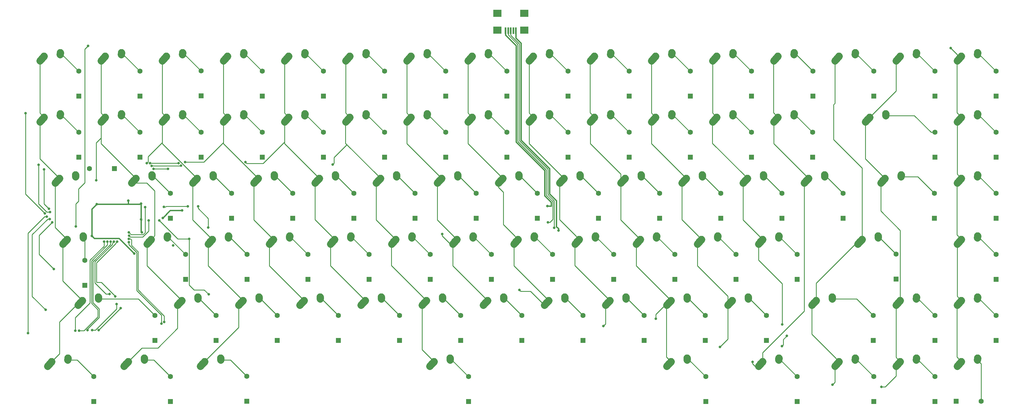
<source format=gtl>
G04 #@! TF.GenerationSoftware,KiCad,Pcbnew,(5.1.4)-1*
G04 #@! TF.CreationDate,2020-09-27T20:38:17+10:00*
G04 #@! TF.ProjectId,merchants 60,6d657263-6861-46e7-9473-2036302e6b69,rev?*
G04 #@! TF.SameCoordinates,Original*
G04 #@! TF.FileFunction,Copper,L1,Top*
G04 #@! TF.FilePolarity,Positive*
%FSLAX46Y46*%
G04 Gerber Fmt 4.6, Leading zero omitted, Abs format (unit mm)*
G04 Created by KiCad (PCBNEW (5.1.4)-1) date 2020-09-27 20:38:17*
%MOMM*%
%LPD*%
G04 APERTURE LIST*
%ADD10C,2.250000*%
%ADD11C,2.250000*%
%ADD12R,2.499360X2.199640*%
%ADD13R,0.500380X1.998980*%
%ADD14C,1.600000*%
%ADD15R,1.600000X1.600000*%
%ADD16C,0.800000*%
%ADD17C,0.250000*%
%ADD18C,0.400000*%
G04 APERTURE END LIST*
D10*
X99100000Y-120618750D03*
X98445001Y-121348750D03*
D11*
X97790000Y-122078750D02*
X99100002Y-120618750D01*
D10*
X104140000Y-119538750D03*
X104120000Y-119828750D03*
D11*
X104100000Y-120118750D02*
X104140000Y-119538750D01*
D10*
X75287500Y-120618750D03*
X74632501Y-121348750D03*
D11*
X73977500Y-122078750D02*
X75287502Y-120618750D01*
D10*
X80327500Y-119538750D03*
X80307500Y-119828750D03*
D11*
X80287500Y-120118750D02*
X80327500Y-119538750D01*
D12*
X211696300Y-69171820D03*
X220098620Y-69171820D03*
X211698840Y-74470260D03*
X220098620Y-74470260D03*
D13*
X214297260Y-74569320D03*
X215097360Y-74569320D03*
X215897460Y-74569320D03*
X216697560Y-74569320D03*
X217497660Y-74569320D03*
D10*
X356275000Y-82518750D03*
X355620001Y-83248750D03*
D11*
X354965000Y-83978750D02*
X356275002Y-82518750D01*
D10*
X361315000Y-81438750D03*
X361295000Y-81728750D03*
D11*
X361275000Y-82018750D02*
X361315000Y-81438750D01*
D10*
X356275000Y-177768750D03*
X355620001Y-178498750D03*
D11*
X354965000Y-179228750D02*
X356275002Y-177768750D01*
D10*
X361315000Y-176688750D03*
X361295000Y-176978750D03*
D11*
X361275000Y-177268750D02*
X361315000Y-176688750D01*
D10*
X103862500Y-139668750D03*
X103207501Y-140398750D03*
D11*
X102552500Y-141128750D02*
X103862502Y-139668750D01*
D10*
X108902500Y-138588750D03*
X108882500Y-138878750D03*
D11*
X108862500Y-139168750D02*
X108902500Y-138588750D01*
D10*
X356275000Y-158718750D03*
X355620001Y-159448750D03*
D11*
X354965000Y-160178750D02*
X356275002Y-158718750D01*
D10*
X361315000Y-157638750D03*
X361295000Y-157928750D03*
D11*
X361275000Y-158218750D02*
X361315000Y-157638750D01*
D10*
X356275000Y-139668750D03*
X355620001Y-140398750D03*
D11*
X354965000Y-141128750D02*
X356275002Y-139668750D01*
D10*
X361315000Y-138588750D03*
X361295000Y-138878750D03*
D11*
X361275000Y-139168750D02*
X361315000Y-138588750D01*
D10*
X356275000Y-120618750D03*
X355620001Y-121348750D03*
D11*
X354965000Y-122078750D02*
X356275002Y-120618750D01*
D10*
X361315000Y-119538750D03*
X361295000Y-119828750D03*
D11*
X361275000Y-120118750D02*
X361315000Y-119538750D01*
D10*
X356275000Y-101568750D03*
X355620001Y-102298750D03*
D11*
X354965000Y-103028750D02*
X356275002Y-101568750D01*
D10*
X361315000Y-100488750D03*
X361295000Y-100778750D03*
D11*
X361275000Y-101068750D02*
X361315000Y-100488750D01*
D10*
X337225000Y-177768750D03*
X336570001Y-178498750D03*
D11*
X335915000Y-179228750D02*
X337225002Y-177768750D01*
D10*
X342265000Y-176688750D03*
X342245000Y-176978750D03*
D11*
X342225000Y-177268750D02*
X342265000Y-176688750D01*
D10*
X337225000Y-158718750D03*
X336570001Y-159448750D03*
D11*
X335915000Y-160178750D02*
X337225002Y-158718750D01*
D10*
X342265000Y-157638750D03*
X342245000Y-157928750D03*
D11*
X342225000Y-158218750D02*
X342265000Y-157638750D01*
D10*
X332462500Y-120618750D03*
X331807501Y-121348750D03*
D11*
X331152500Y-122078750D02*
X332462502Y-120618750D01*
D10*
X337502500Y-119538750D03*
X337482500Y-119828750D03*
D11*
X337462500Y-120118750D02*
X337502500Y-119538750D01*
D10*
X327700000Y-101568750D03*
X327045001Y-102298750D03*
D11*
X326390000Y-103028750D02*
X327700002Y-101568750D01*
D10*
X332740000Y-100488750D03*
X332720000Y-100778750D03*
D11*
X332700000Y-101068750D02*
X332740000Y-100488750D01*
D10*
X337225000Y-82518750D03*
X336570001Y-83248750D03*
D11*
X335915000Y-83978750D02*
X337225002Y-82518750D01*
D10*
X342265000Y-81438750D03*
X342245000Y-81728750D03*
D11*
X342225000Y-82018750D02*
X342265000Y-81438750D01*
D10*
X318175000Y-177768750D03*
X317520001Y-178498750D03*
D11*
X316865000Y-179228750D02*
X318175002Y-177768750D01*
D10*
X323215000Y-176688750D03*
X323195000Y-176978750D03*
D11*
X323175000Y-177268750D02*
X323215000Y-176688750D01*
D10*
X311031250Y-158718750D03*
X310376251Y-159448750D03*
D11*
X309721250Y-160178750D02*
X311031252Y-158718750D01*
D10*
X316071250Y-157638750D03*
X316051250Y-157928750D03*
D11*
X316031250Y-158218750D02*
X316071250Y-157638750D01*
D10*
X325318750Y-139668750D03*
X324663751Y-140398750D03*
D11*
X324008750Y-141128750D02*
X325318752Y-139668750D01*
D10*
X330358750Y-138588750D03*
X330338750Y-138878750D03*
D11*
X330318750Y-139168750D02*
X330358750Y-138588750D01*
D10*
X318175000Y-82518750D03*
X317520001Y-83248750D03*
D11*
X316865000Y-83978750D02*
X318175002Y-82518750D01*
D10*
X323215000Y-81438750D03*
X323195000Y-81728750D03*
D11*
X323175000Y-82018750D02*
X323215000Y-81438750D01*
D10*
X294362500Y-177768750D03*
X293707501Y-178498750D03*
D11*
X293052500Y-179228750D02*
X294362502Y-177768750D01*
D10*
X299402500Y-176688750D03*
X299382500Y-176978750D03*
D11*
X299362500Y-177268750D02*
X299402500Y-176688750D01*
D10*
X308650000Y-120618750D03*
X307995001Y-121348750D03*
D11*
X307340000Y-122078750D02*
X308650002Y-120618750D01*
D10*
X313690000Y-119538750D03*
X313670000Y-119828750D03*
D11*
X313650000Y-120118750D02*
X313690000Y-119538750D01*
D10*
X299125000Y-101568750D03*
X298470001Y-102298750D03*
D11*
X297815000Y-103028750D02*
X299125002Y-101568750D01*
D10*
X304165000Y-100488750D03*
X304145000Y-100778750D03*
D11*
X304125000Y-101068750D02*
X304165000Y-100488750D01*
D10*
X299125000Y-82518750D03*
X298470001Y-83248750D03*
D11*
X297815000Y-83978750D02*
X299125002Y-82518750D01*
D10*
X304165000Y-81438750D03*
X304145000Y-81728750D03*
D11*
X304125000Y-82018750D02*
X304165000Y-81438750D01*
D10*
X294362500Y-139668750D03*
X293707501Y-140398750D03*
D11*
X293052500Y-141128750D02*
X294362502Y-139668750D01*
D10*
X299402500Y-138588750D03*
X299382500Y-138878750D03*
D11*
X299362500Y-139168750D02*
X299402500Y-138588750D01*
D10*
X289600000Y-120618750D03*
X288945001Y-121348750D03*
D11*
X288290000Y-122078750D02*
X289600002Y-120618750D01*
D10*
X294640000Y-119538750D03*
X294620000Y-119828750D03*
D11*
X294600000Y-120118750D02*
X294640000Y-119538750D01*
D10*
X280075000Y-101568750D03*
X279420001Y-102298750D03*
D11*
X278765000Y-103028750D02*
X280075002Y-101568750D01*
D10*
X285115000Y-100488750D03*
X285095000Y-100778750D03*
D11*
X285075000Y-101068750D02*
X285115000Y-100488750D01*
D10*
X280075000Y-82518750D03*
X279420001Y-83248750D03*
D11*
X278765000Y-83978750D02*
X280075002Y-82518750D01*
D10*
X285115000Y-81438750D03*
X285095000Y-81728750D03*
D11*
X285075000Y-82018750D02*
X285115000Y-81438750D01*
D10*
X284837500Y-158718750D03*
X284182501Y-159448750D03*
D11*
X283527500Y-160178750D02*
X284837502Y-158718750D01*
D10*
X289877500Y-157638750D03*
X289857500Y-157928750D03*
D11*
X289837500Y-158218750D02*
X289877500Y-157638750D01*
D10*
X275312500Y-139668750D03*
X274657501Y-140398750D03*
D11*
X274002500Y-141128750D02*
X275312502Y-139668750D01*
D10*
X280352500Y-138588750D03*
X280332500Y-138878750D03*
D11*
X280312500Y-139168750D02*
X280352500Y-138588750D01*
D10*
X270550000Y-120618750D03*
X269895001Y-121348750D03*
D11*
X269240000Y-122078750D02*
X270550002Y-120618750D01*
D10*
X275590000Y-119538750D03*
X275570000Y-119828750D03*
D11*
X275550000Y-120118750D02*
X275590000Y-119538750D01*
D10*
X261025000Y-101568750D03*
X260370001Y-102298750D03*
D11*
X259715000Y-103028750D02*
X261025002Y-101568750D01*
D10*
X266065000Y-100488750D03*
X266045000Y-100778750D03*
D11*
X266025000Y-101068750D02*
X266065000Y-100488750D01*
D10*
X261025000Y-82518750D03*
X260370001Y-83248750D03*
D11*
X259715000Y-83978750D02*
X261025002Y-82518750D01*
D10*
X266065000Y-81438750D03*
X266045000Y-81728750D03*
D11*
X266025000Y-82018750D02*
X266065000Y-81438750D01*
D10*
X265787500Y-177768750D03*
X265132501Y-178498750D03*
D11*
X264477500Y-179228750D02*
X265787502Y-177768750D01*
D10*
X270827500Y-176688750D03*
X270807500Y-176978750D03*
D11*
X270787500Y-177268750D02*
X270827500Y-176688750D01*
D10*
X265787500Y-158718750D03*
X265132501Y-159448750D03*
D11*
X264477500Y-160178750D02*
X265787502Y-158718750D01*
D10*
X270827500Y-157638750D03*
X270807500Y-157928750D03*
D11*
X270787500Y-158218750D02*
X270827500Y-157638750D01*
D10*
X256262500Y-139668750D03*
X255607501Y-140398750D03*
D11*
X254952500Y-141128750D02*
X256262502Y-139668750D01*
D10*
X261302500Y-138588750D03*
X261282500Y-138878750D03*
D11*
X261262500Y-139168750D02*
X261302500Y-138588750D01*
D10*
X251500000Y-120618750D03*
X250845001Y-121348750D03*
D11*
X250190000Y-122078750D02*
X251500002Y-120618750D01*
D10*
X256540000Y-119538750D03*
X256520000Y-119828750D03*
D11*
X256500000Y-120118750D02*
X256540000Y-119538750D01*
D10*
X241975000Y-101568750D03*
X241320001Y-102298750D03*
D11*
X240665000Y-103028750D02*
X241975002Y-101568750D01*
D10*
X247015000Y-100488750D03*
X246995000Y-100778750D03*
D11*
X246975000Y-101068750D02*
X247015000Y-100488750D01*
D10*
X241975000Y-82518750D03*
X241320001Y-83248750D03*
D11*
X240665000Y-83978750D02*
X241975002Y-82518750D01*
D10*
X247015000Y-81438750D03*
X246995000Y-81728750D03*
D11*
X246975000Y-82018750D02*
X247015000Y-81438750D01*
D10*
X246737500Y-158718750D03*
X246082501Y-159448750D03*
D11*
X245427500Y-160178750D02*
X246737502Y-158718750D01*
D10*
X251777500Y-157638750D03*
X251757500Y-157928750D03*
D11*
X251737500Y-158218750D02*
X251777500Y-157638750D01*
D10*
X237212500Y-139668750D03*
X236557501Y-140398750D03*
D11*
X235902500Y-141128750D02*
X237212502Y-139668750D01*
D10*
X242252500Y-138588750D03*
X242232500Y-138878750D03*
D11*
X242212500Y-139168750D02*
X242252500Y-138588750D01*
D10*
X232450000Y-120618750D03*
X231795001Y-121348750D03*
D11*
X231140000Y-122078750D02*
X232450002Y-120618750D01*
D10*
X237490000Y-119538750D03*
X237470000Y-119828750D03*
D11*
X237450000Y-120118750D02*
X237490000Y-119538750D01*
D10*
X222925000Y-101568750D03*
X222270001Y-102298750D03*
D11*
X221615000Y-103028750D02*
X222925002Y-101568750D01*
D10*
X227965000Y-100488750D03*
X227945000Y-100778750D03*
D11*
X227925000Y-101068750D02*
X227965000Y-100488750D01*
D10*
X222925000Y-82518750D03*
X222270001Y-83248750D03*
D11*
X221615000Y-83978750D02*
X222925002Y-82518750D01*
D10*
X227965000Y-81438750D03*
X227945000Y-81728750D03*
D11*
X227925000Y-82018750D02*
X227965000Y-81438750D01*
D10*
X227687500Y-158718750D03*
X227032501Y-159448750D03*
D11*
X226377500Y-160178750D02*
X227687502Y-158718750D01*
D10*
X232727500Y-157638750D03*
X232707500Y-157928750D03*
D11*
X232687500Y-158218750D02*
X232727500Y-157638750D01*
D10*
X218162500Y-139668750D03*
X217507501Y-140398750D03*
D11*
X216852500Y-141128750D02*
X218162502Y-139668750D01*
D10*
X223202500Y-138588750D03*
X223182500Y-138878750D03*
D11*
X223162500Y-139168750D02*
X223202500Y-138588750D01*
D10*
X213400000Y-120618750D03*
X212745001Y-121348750D03*
D11*
X212090000Y-122078750D02*
X213400002Y-120618750D01*
D10*
X218440000Y-119538750D03*
X218420000Y-119828750D03*
D11*
X218400000Y-120118750D02*
X218440000Y-119538750D01*
D10*
X203875000Y-101568750D03*
X203220001Y-102298750D03*
D11*
X202565000Y-103028750D02*
X203875002Y-101568750D01*
D10*
X208915000Y-100488750D03*
X208895000Y-100778750D03*
D11*
X208875000Y-101068750D02*
X208915000Y-100488750D01*
D10*
X203875000Y-82518750D03*
X203220001Y-83248750D03*
D11*
X202565000Y-83978750D02*
X203875002Y-82518750D01*
D10*
X208915000Y-81438750D03*
X208895000Y-81728750D03*
D11*
X208875000Y-82018750D02*
X208915000Y-81438750D01*
D10*
X208637500Y-158718750D03*
X207982501Y-159448750D03*
D11*
X207327500Y-160178750D02*
X208637502Y-158718750D01*
D10*
X213677500Y-157638750D03*
X213657500Y-157928750D03*
D11*
X213637500Y-158218750D02*
X213677500Y-157638750D01*
D10*
X199112500Y-139668750D03*
X198457501Y-140398750D03*
D11*
X197802500Y-141128750D02*
X199112502Y-139668750D01*
D10*
X204152500Y-138588750D03*
X204132500Y-138878750D03*
D11*
X204112500Y-139168750D02*
X204152500Y-138588750D01*
D10*
X194350000Y-120618750D03*
X193695001Y-121348750D03*
D11*
X193040000Y-122078750D02*
X194350002Y-120618750D01*
D10*
X199390000Y-119538750D03*
X199370000Y-119828750D03*
D11*
X199350000Y-120118750D02*
X199390000Y-119538750D01*
D10*
X184825000Y-101568750D03*
X184170001Y-102298750D03*
D11*
X183515000Y-103028750D02*
X184825002Y-101568750D01*
D10*
X189865000Y-100488750D03*
X189845000Y-100778750D03*
D11*
X189825000Y-101068750D02*
X189865000Y-100488750D01*
D10*
X184825000Y-82518750D03*
X184170001Y-83248750D03*
D11*
X183515000Y-83978750D02*
X184825002Y-82518750D01*
D10*
X189865000Y-81438750D03*
X189845000Y-81728750D03*
D11*
X189825000Y-82018750D02*
X189865000Y-81438750D01*
D10*
X191968750Y-177768750D03*
X191313751Y-178498750D03*
D11*
X190658750Y-179228750D02*
X191968752Y-177768750D01*
D10*
X197008750Y-176688750D03*
X196988750Y-176978750D03*
D11*
X196968750Y-177268750D02*
X197008750Y-176688750D01*
D10*
X189587500Y-158718750D03*
X188932501Y-159448750D03*
D11*
X188277500Y-160178750D02*
X189587502Y-158718750D01*
D10*
X194627500Y-157638750D03*
X194607500Y-157928750D03*
D11*
X194587500Y-158218750D02*
X194627500Y-157638750D01*
D10*
X180062500Y-139668750D03*
X179407501Y-140398750D03*
D11*
X178752500Y-141128750D02*
X180062502Y-139668750D01*
D10*
X185102500Y-138588750D03*
X185082500Y-138878750D03*
D11*
X185062500Y-139168750D02*
X185102500Y-138588750D01*
D10*
X175300000Y-120618750D03*
X174645001Y-121348750D03*
D11*
X173990000Y-122078750D02*
X175300002Y-120618750D01*
D10*
X180340000Y-119538750D03*
X180320000Y-119828750D03*
D11*
X180300000Y-120118750D02*
X180340000Y-119538750D01*
D10*
X165775000Y-101568750D03*
X165120001Y-102298750D03*
D11*
X164465000Y-103028750D02*
X165775002Y-101568750D01*
D10*
X170815000Y-100488750D03*
X170795000Y-100778750D03*
D11*
X170775000Y-101068750D02*
X170815000Y-100488750D01*
D10*
X165775000Y-82518750D03*
X165120001Y-83248750D03*
D11*
X164465000Y-83978750D02*
X165775002Y-82518750D01*
D10*
X170815000Y-81438750D03*
X170795000Y-81728750D03*
D11*
X170775000Y-82018750D02*
X170815000Y-81438750D01*
D10*
X170537500Y-158718750D03*
X169882501Y-159448750D03*
D11*
X169227500Y-160178750D02*
X170537502Y-158718750D01*
D10*
X175577500Y-157638750D03*
X175557500Y-157928750D03*
D11*
X175537500Y-158218750D02*
X175577500Y-157638750D01*
D10*
X161012500Y-139668750D03*
X160357501Y-140398750D03*
D11*
X159702500Y-141128750D02*
X161012502Y-139668750D01*
D10*
X166052500Y-138588750D03*
X166032500Y-138878750D03*
D11*
X166012500Y-139168750D02*
X166052500Y-138588750D01*
D10*
X156250000Y-120618750D03*
X155595001Y-121348750D03*
D11*
X154940000Y-122078750D02*
X156250002Y-120618750D01*
D10*
X161290000Y-119538750D03*
X161270000Y-119828750D03*
D11*
X161250000Y-120118750D02*
X161290000Y-119538750D01*
D10*
X146725000Y-101568750D03*
X146070001Y-102298750D03*
D11*
X145415000Y-103028750D02*
X146725002Y-101568750D01*
D10*
X151765000Y-100488750D03*
X151745000Y-100778750D03*
D11*
X151725000Y-101068750D02*
X151765000Y-100488750D01*
D10*
X146725000Y-82518750D03*
X146070001Y-83248750D03*
D11*
X145415000Y-83978750D02*
X146725002Y-82518750D01*
D10*
X151765000Y-81438750D03*
X151745000Y-81728750D03*
D11*
X151725000Y-82018750D02*
X151765000Y-81438750D01*
D10*
X151487500Y-158718750D03*
X150832501Y-159448750D03*
D11*
X150177500Y-160178750D02*
X151487502Y-158718750D01*
D10*
X156527500Y-157638750D03*
X156507500Y-157928750D03*
D11*
X156487500Y-158218750D02*
X156527500Y-157638750D01*
D10*
X141962500Y-139668750D03*
X141307501Y-140398750D03*
D11*
X140652500Y-141128750D02*
X141962502Y-139668750D01*
D10*
X147002500Y-138588750D03*
X146982500Y-138878750D03*
D11*
X146962500Y-139168750D02*
X147002500Y-138588750D01*
D10*
X137200000Y-120618750D03*
X136545001Y-121348750D03*
D11*
X135890000Y-122078750D02*
X137200002Y-120618750D01*
D10*
X142240000Y-119538750D03*
X142220000Y-119828750D03*
D11*
X142200000Y-120118750D02*
X142240000Y-119538750D01*
D10*
X127675000Y-101568750D03*
X127020001Y-102298750D03*
D11*
X126365000Y-103028750D02*
X127675002Y-101568750D01*
D10*
X132715000Y-100488750D03*
X132695000Y-100778750D03*
D11*
X132675000Y-101068750D02*
X132715000Y-100488750D01*
D10*
X127675000Y-82518750D03*
X127020001Y-83248750D03*
D11*
X126365000Y-83978750D02*
X127675002Y-82518750D01*
D10*
X132715000Y-81438750D03*
X132695000Y-81728750D03*
D11*
X132675000Y-82018750D02*
X132715000Y-81438750D01*
D10*
X120531250Y-177768750D03*
X119876251Y-178498750D03*
D11*
X119221250Y-179228750D02*
X120531252Y-177768750D01*
D10*
X125571250Y-176688750D03*
X125551250Y-176978750D03*
D11*
X125531250Y-177268750D02*
X125571250Y-176688750D01*
D10*
X132437500Y-158718750D03*
X131782501Y-159448750D03*
D11*
X131127500Y-160178750D02*
X132437502Y-158718750D01*
D10*
X137477500Y-157638750D03*
X137457500Y-157928750D03*
D11*
X137437500Y-158218750D02*
X137477500Y-157638750D01*
D10*
X122912500Y-139668750D03*
X122257501Y-140398750D03*
D11*
X121602500Y-141128750D02*
X122912502Y-139668750D01*
D10*
X127952500Y-138588750D03*
X127932500Y-138878750D03*
D11*
X127912500Y-139168750D02*
X127952500Y-138588750D01*
D10*
X118150000Y-120618750D03*
X117495001Y-121348750D03*
D11*
X116840000Y-122078750D02*
X118150002Y-120618750D01*
D10*
X123190000Y-119538750D03*
X123170000Y-119828750D03*
D11*
X123150000Y-120118750D02*
X123190000Y-119538750D01*
D10*
X108625000Y-101568750D03*
X107970001Y-102298750D03*
D11*
X107315000Y-103028750D02*
X108625002Y-101568750D01*
D10*
X113665000Y-100488750D03*
X113645000Y-100778750D03*
D11*
X113625000Y-101068750D02*
X113665000Y-100488750D01*
D10*
X108625000Y-82518750D03*
X107970001Y-83248750D03*
D11*
X107315000Y-83978750D02*
X108625002Y-82518750D01*
D10*
X113665000Y-81438750D03*
X113645000Y-81728750D03*
D11*
X113625000Y-82018750D02*
X113665000Y-81438750D01*
D10*
X96718750Y-177768750D03*
X96063751Y-178498750D03*
D11*
X95408750Y-179228750D02*
X96718752Y-177768750D01*
D10*
X101758750Y-176688750D03*
X101738750Y-176978750D03*
D11*
X101718750Y-177268750D02*
X101758750Y-176688750D01*
D10*
X113387500Y-158718750D03*
X112732501Y-159448750D03*
D11*
X112077500Y-160178750D02*
X113387502Y-158718750D01*
D10*
X118427500Y-157638750D03*
X118407500Y-157928750D03*
D11*
X118387500Y-158218750D02*
X118427500Y-157638750D01*
D10*
X89575000Y-101568750D03*
X88920001Y-102298750D03*
D11*
X88265000Y-103028750D02*
X89575002Y-101568750D01*
D10*
X94615000Y-100488750D03*
X94595000Y-100778750D03*
D11*
X94575000Y-101068750D02*
X94615000Y-100488750D01*
D10*
X89575000Y-82518750D03*
X88920001Y-83248750D03*
D11*
X88265000Y-83978750D02*
X89575002Y-82518750D01*
D10*
X94615000Y-81438750D03*
X94595000Y-81728750D03*
D11*
X94575000Y-82018750D02*
X94615000Y-81438750D01*
D10*
X72906250Y-177768750D03*
X72251251Y-178498750D03*
D11*
X71596250Y-179228750D02*
X72906252Y-177768750D01*
D10*
X77946250Y-176688750D03*
X77926250Y-176978750D03*
D11*
X77906250Y-177268750D02*
X77946250Y-176688750D01*
D10*
X82431250Y-158718750D03*
X81776251Y-159448750D03*
D11*
X81121250Y-160178750D02*
X82431252Y-158718750D01*
D10*
X87471250Y-157638750D03*
X87451250Y-157928750D03*
D11*
X87431250Y-158218750D02*
X87471250Y-157638750D01*
D10*
X77668750Y-139668750D03*
X77013751Y-140398750D03*
D11*
X76358750Y-141128750D02*
X77668752Y-139668750D01*
D10*
X82708750Y-138588750D03*
X82688750Y-138878750D03*
D11*
X82668750Y-139168750D02*
X82708750Y-138588750D01*
D10*
X70525000Y-101568750D03*
X69870001Y-102298750D03*
D11*
X69215000Y-103028750D02*
X70525002Y-101568750D01*
D10*
X75565000Y-100488750D03*
X75545000Y-100778750D03*
D11*
X75525000Y-101068750D02*
X75565000Y-100488750D01*
D10*
X70525000Y-82518750D03*
X69870001Y-83248750D03*
D11*
X69215000Y-83978750D02*
X70525002Y-82518750D01*
D10*
X75565000Y-81438750D03*
X75545000Y-81728750D03*
D11*
X75525000Y-82018750D02*
X75565000Y-81438750D01*
D14*
X362452750Y-190182500D03*
D15*
X354652750Y-190182500D03*
D14*
X367061750Y-163422500D03*
D15*
X367061750Y-171222500D03*
D14*
X367061750Y-144372500D03*
D15*
X367061750Y-152172500D03*
D14*
X367061750Y-125322500D03*
D15*
X367061750Y-133122500D03*
D14*
X367061750Y-106272500D03*
D15*
X367061750Y-114072500D03*
D14*
X367061750Y-87222500D03*
D15*
X367061750Y-95022500D03*
D14*
X348011750Y-182472500D03*
D15*
X348011750Y-190272500D03*
D14*
X348011750Y-163422500D03*
D15*
X348011750Y-171222500D03*
D14*
X347884750Y-125322500D03*
D15*
X347884750Y-133122500D03*
D14*
X348011750Y-106272500D03*
D15*
X348011750Y-114072500D03*
D14*
X348011750Y-87222500D03*
D15*
X348011750Y-95022500D03*
D14*
X328961750Y-182472500D03*
D15*
X328961750Y-190272500D03*
D14*
X328834750Y-163422500D03*
D15*
X328834750Y-171222500D03*
D14*
X335946750Y-144245500D03*
D15*
X335946750Y-152045500D03*
D14*
X328961750Y-87222500D03*
D15*
X328961750Y-95022500D03*
D14*
X305085750Y-182472500D03*
D15*
X305085750Y-190272500D03*
D14*
X319436750Y-125322500D03*
D15*
X319436750Y-133122500D03*
D14*
X309911750Y-106272500D03*
D15*
X309911750Y-114072500D03*
D14*
X310038750Y-87222500D03*
D15*
X310038750Y-95022500D03*
D14*
X305085750Y-144372500D03*
D15*
X305085750Y-152172500D03*
D14*
X300386750Y-125322500D03*
D15*
X300386750Y-133122500D03*
D14*
X290861750Y-106272500D03*
D15*
X290861750Y-114072500D03*
D14*
X290861750Y-87222500D03*
D15*
X290861750Y-95022500D03*
D14*
X295560750Y-163422500D03*
D15*
X295560750Y-171222500D03*
D14*
X286035750Y-144372500D03*
D15*
X286035750Y-152172500D03*
D14*
X281336750Y-125322500D03*
D15*
X281336750Y-133122500D03*
D14*
X271811750Y-106272500D03*
D15*
X271811750Y-114072500D03*
D14*
X271811750Y-87222500D03*
D15*
X271811750Y-95022500D03*
D14*
X276637750Y-182472500D03*
D15*
X276637750Y-190272500D03*
D14*
X276510750Y-163422500D03*
D15*
X276510750Y-171222500D03*
D14*
X266985750Y-144372500D03*
D15*
X266985750Y-152172500D03*
D14*
X262286750Y-125322500D03*
D15*
X262286750Y-133122500D03*
D14*
X252761750Y-106272500D03*
D15*
X252761750Y-114072500D03*
D14*
X252761750Y-87222500D03*
D15*
X252761750Y-95022500D03*
D14*
X257460750Y-163422500D03*
D15*
X257460750Y-171222500D03*
D14*
X247935750Y-144372500D03*
D15*
X247935750Y-152172500D03*
D14*
X243236750Y-125322500D03*
D15*
X243236750Y-133122500D03*
D14*
X233711750Y-106272500D03*
D15*
X233711750Y-114072500D03*
D14*
X233711750Y-87222500D03*
D15*
X233711750Y-95022500D03*
D14*
X238410750Y-163422500D03*
D15*
X238410750Y-171222500D03*
D14*
X228885750Y-144372500D03*
D15*
X228885750Y-152172500D03*
D14*
X224186750Y-125322500D03*
D15*
X224186750Y-133122500D03*
D14*
X214661750Y-106272500D03*
D15*
X214661750Y-114072500D03*
D14*
X214661750Y-87222500D03*
D15*
X214661750Y-95022500D03*
D14*
X219360750Y-163422500D03*
D15*
X219360750Y-171222500D03*
D14*
X209835750Y-144372500D03*
D15*
X209835750Y-152172500D03*
D14*
X205136750Y-125322500D03*
D15*
X205136750Y-133122500D03*
D14*
X195611750Y-106272500D03*
D15*
X195611750Y-114072500D03*
D14*
X195611750Y-87222500D03*
D15*
X195611750Y-95022500D03*
D14*
X202723750Y-182472500D03*
D15*
X202723750Y-190272500D03*
D14*
X200310750Y-163422500D03*
D15*
X200310750Y-171222500D03*
D14*
X190785750Y-144372500D03*
D15*
X190785750Y-152172500D03*
D14*
X186086750Y-125322500D03*
D15*
X186086750Y-133122500D03*
D14*
X176561750Y-106272500D03*
D15*
X176561750Y-114072500D03*
D14*
X176561750Y-87222500D03*
D15*
X176561750Y-95022500D03*
D14*
X181260750Y-163422500D03*
D15*
X181260750Y-171222500D03*
D14*
X171735750Y-144372500D03*
D15*
X171735750Y-152172500D03*
D14*
X167036750Y-125322500D03*
D15*
X167036750Y-133122500D03*
D14*
X157511750Y-106272500D03*
D15*
X157511750Y-114072500D03*
D14*
X157511750Y-87222500D03*
D15*
X157511750Y-95022500D03*
D14*
X162210750Y-163422500D03*
D15*
X162210750Y-171222500D03*
D14*
X152685750Y-144372500D03*
D15*
X152685750Y-152172500D03*
D14*
X147986750Y-125322500D03*
D15*
X147986750Y-133122500D03*
D14*
X138461750Y-106272500D03*
D15*
X138461750Y-114072500D03*
D14*
X138461750Y-87222500D03*
D15*
X138461750Y-95022500D03*
D14*
X133635750Y-182345500D03*
D15*
X133635750Y-190145500D03*
D14*
X143160750Y-163422500D03*
D15*
X143160750Y-171222500D03*
D14*
X133762750Y-144372500D03*
D15*
X133762750Y-152172500D03*
D14*
X128936750Y-125322500D03*
D15*
X128936750Y-133122500D03*
D14*
X119411750Y-106272500D03*
D15*
X119411750Y-114072500D03*
D14*
X119411750Y-87146500D03*
D15*
X119411750Y-94946500D03*
D14*
X109886750Y-182472500D03*
D15*
X109886750Y-190272500D03*
D14*
X124110750Y-163422500D03*
D15*
X124110750Y-171222500D03*
D14*
X114585750Y-144372500D03*
D15*
X114585750Y-152172500D03*
D14*
X109886750Y-125322500D03*
D15*
X109886750Y-133122500D03*
D14*
X100361750Y-106272500D03*
D15*
X100361750Y-114072500D03*
D14*
X100361750Y-87222500D03*
D15*
X100361750Y-95022500D03*
D14*
X86010750Y-182472500D03*
D15*
X86010750Y-190272500D03*
D14*
X105060750Y-163422500D03*
D15*
X105060750Y-171222500D03*
D14*
X83216750Y-146226700D03*
D15*
X83216750Y-154026700D03*
D14*
X84625350Y-117589300D03*
D15*
X92425350Y-117589300D03*
D14*
X81311750Y-106272500D03*
D15*
X81311750Y-114072500D03*
D14*
X81311750Y-87222500D03*
D15*
X81311750Y-95022500D03*
D16*
X86899750Y-128714500D03*
X100742750Y-133413500D03*
X100996750Y-137477500D03*
X100757750Y-128572500D03*
X85375750Y-138620500D03*
X98608742Y-144088501D03*
X96774000Y-127635000D03*
X70739000Y-131572000D03*
X64770000Y-100330000D03*
X72390000Y-131144750D03*
X68834000Y-116459000D03*
X72009000Y-130175000D03*
X70485000Y-117856000D03*
X71374000Y-132594751D03*
X73533000Y-148971000D03*
X72263000Y-133319751D03*
X70993000Y-161671000D03*
X73025000Y-134366000D03*
X65532000Y-168910000D03*
X107473750Y-133032500D03*
X227330000Y-129286000D03*
X113538000Y-130683000D03*
X86741000Y-121285000D03*
X102489000Y-115951000D03*
X103505000Y-115951000D03*
X112395000Y-115951000D03*
X114427000Y-115570000D03*
X104059701Y-116783051D03*
X113139314Y-116653650D03*
X133199778Y-115593222D03*
X104648000Y-117729000D03*
X109093000Y-117729000D03*
X160401000Y-116332000D03*
X96932750Y-137477500D03*
X101981000Y-129667000D03*
X107823000Y-129540000D03*
X115316000Y-129413000D03*
X118491000Y-129413000D03*
X121666000Y-136017000D03*
X194564000Y-138049000D03*
X96970472Y-138540528D03*
X103124000Y-133813490D03*
X106426000Y-133813490D03*
X115697000Y-139573000D03*
X121793000Y-156845000D03*
X218567000Y-155448000D03*
X96917786Y-139539141D03*
X107950000Y-165481000D03*
X244729000Y-166751000D03*
X96949052Y-140538655D03*
X107061000Y-165989000D03*
X261112000Y-164465000D03*
X93249750Y-140398500D03*
X92710000Y-157493750D03*
X94365653Y-161158347D03*
X87506654Y-168024654D03*
X281051000Y-173228000D03*
X92237096Y-140385849D03*
X90932000Y-156718000D03*
X93095653Y-159888347D03*
X85471000Y-168021000D03*
X300355000Y-172974000D03*
X301879000Y-169799000D03*
X300482000Y-166243000D03*
X91212734Y-140390660D03*
X84080140Y-168027140D03*
X291211000Y-177927000D03*
X90212854Y-140406245D03*
X81407000Y-168148000D03*
X316103000Y-185039000D03*
X89212902Y-140396228D03*
X80264000Y-168148000D03*
X331343000Y-185674000D03*
X80391000Y-135636000D03*
X84201000Y-79375000D03*
X352933000Y-80010000D03*
X227457000Y-134366000D03*
X229431575Y-136106000D03*
X110752597Y-141564653D03*
X230759000Y-136906000D03*
D17*
X100742750Y-128587500D02*
X100757750Y-128572500D01*
X87041750Y-128572500D02*
X86899750Y-128714500D01*
X100996750Y-133667500D02*
X100742750Y-133413500D01*
D18*
X98608742Y-144088501D02*
X93902741Y-139382500D01*
X86137750Y-139382500D02*
X85375750Y-138620500D01*
X93902741Y-139382500D02*
X86137750Y-139382500D01*
X85375750Y-130238500D02*
X86899750Y-128714500D01*
X85375750Y-138620500D02*
X85375750Y-130238500D01*
X100615750Y-128714500D02*
X100757750Y-128572500D01*
X100757750Y-133398500D02*
X100742750Y-133413500D01*
X100757750Y-128572500D02*
X100757750Y-133398500D01*
X100742750Y-137223500D02*
X100996750Y-137477500D01*
X100742750Y-133413500D02*
X100742750Y-137223500D01*
X96774000Y-128651000D02*
X96710500Y-128714500D01*
X96774000Y-127635000D02*
X96774000Y-128651000D01*
X86899750Y-128714500D02*
X96710500Y-128714500D01*
X96710500Y-128714500D02*
X100615750Y-128714500D01*
D17*
X76108000Y-82018750D02*
X81311750Y-87222500D01*
X75525000Y-82018750D02*
X76108000Y-82018750D01*
X64770000Y-125603000D02*
X70739000Y-131572000D01*
X64770000Y-100330000D02*
X64770000Y-125603000D01*
X76108000Y-101068750D02*
X81311750Y-106272500D01*
X75525000Y-101068750D02*
X76108000Y-101068750D01*
X71824315Y-131144750D02*
X72390000Y-131144750D01*
X71384752Y-131144750D02*
X71824315Y-131144750D01*
X68834000Y-128593998D02*
X71384752Y-131144750D01*
X68834000Y-116459000D02*
X68834000Y-128593998D01*
X70485000Y-128651000D02*
X72009000Y-130175000D01*
X70485000Y-117856000D02*
X70485000Y-128651000D01*
X83216750Y-139716750D02*
X82668750Y-139168750D01*
X83216750Y-146226700D02*
X83216750Y-139716750D01*
X99857000Y-158218750D02*
X105060750Y-163422500D01*
X87431250Y-158218750D02*
X99857000Y-158218750D01*
X80807000Y-177268750D02*
X86010750Y-182472500D01*
X77906250Y-177268750D02*
X80807000Y-177268750D01*
X68961000Y-144399000D02*
X73533000Y-148971000D01*
X73025000Y-134366000D02*
X68961000Y-138430000D01*
X68961000Y-138430000D02*
X68961000Y-144399000D01*
X71697315Y-133319751D02*
X66802000Y-138215066D01*
X72263000Y-133319751D02*
X71697315Y-133319751D01*
X66802000Y-157480000D02*
X70993000Y-161671000D01*
X66802000Y-138215066D02*
X66802000Y-157480000D01*
X65532000Y-168344315D02*
X65532000Y-168910000D01*
X65532000Y-137751500D02*
X65532000Y-168344315D01*
X70688749Y-132594751D02*
X65532000Y-137751500D01*
X71374000Y-132594751D02*
X70688749Y-132594751D01*
X95158000Y-82018750D02*
X100361750Y-87222500D01*
X94575000Y-82018750D02*
X95158000Y-82018750D01*
X95158000Y-101068750D02*
X100361750Y-106272500D01*
X94575000Y-101068750D02*
X95158000Y-101068750D01*
X104683000Y-120118750D02*
X109886750Y-125322500D01*
X104100000Y-120118750D02*
X104683000Y-120118750D01*
X109382000Y-139168750D02*
X114585750Y-144372500D01*
X108862500Y-139168750D02*
X109382000Y-139168750D01*
X118907000Y-158218750D02*
X124110750Y-163422500D01*
X118387500Y-158218750D02*
X118907000Y-158218750D01*
X104683000Y-177268750D02*
X109886750Y-182472500D01*
X101718750Y-177268750D02*
X104683000Y-177268750D01*
X114284000Y-82018750D02*
X119411750Y-87146500D01*
X113625000Y-82018750D02*
X114284000Y-82018750D01*
X114208000Y-101068750D02*
X119411750Y-106272500D01*
X113625000Y-101068750D02*
X114208000Y-101068750D01*
X123733000Y-120118750D02*
X128936750Y-125322500D01*
X123150000Y-120118750D02*
X123733000Y-120118750D01*
X128559000Y-139168750D02*
X133762750Y-144372500D01*
X127912500Y-139168750D02*
X128559000Y-139168750D01*
X137957000Y-158218750D02*
X143160750Y-163422500D01*
X137437500Y-158218750D02*
X137957000Y-158218750D01*
X128559000Y-177268750D02*
X133635750Y-182345500D01*
X125531250Y-177268750D02*
X128559000Y-177268750D01*
X133258000Y-82018750D02*
X138461750Y-87222500D01*
X132675000Y-82018750D02*
X133258000Y-82018750D01*
X133258000Y-101068750D02*
X138461750Y-106272500D01*
X132675000Y-101068750D02*
X133258000Y-101068750D01*
X142783000Y-120118750D02*
X147986750Y-125322500D01*
X142200000Y-120118750D02*
X142783000Y-120118750D01*
X147482000Y-139168750D02*
X152685750Y-144372500D01*
X146962500Y-139168750D02*
X147482000Y-139168750D01*
X157007000Y-158218750D02*
X162210750Y-163422500D01*
X156487500Y-158218750D02*
X157007000Y-158218750D01*
X152308000Y-82018750D02*
X157511750Y-87222500D01*
X151725000Y-82018750D02*
X152308000Y-82018750D01*
X152308000Y-101068750D02*
X157511750Y-106272500D01*
X151725000Y-101068750D02*
X152308000Y-101068750D01*
X161833000Y-120118750D02*
X167036750Y-125322500D01*
X161250000Y-120118750D02*
X161833000Y-120118750D01*
X166532000Y-139168750D02*
X171735750Y-144372500D01*
X166012500Y-139168750D02*
X166532000Y-139168750D01*
X176057000Y-158218750D02*
X181260750Y-163422500D01*
X175537500Y-158218750D02*
X176057000Y-158218750D01*
X171358000Y-82018750D02*
X176561750Y-87222500D01*
X170775000Y-82018750D02*
X171358000Y-82018750D01*
X171358000Y-101068750D02*
X176561750Y-106272500D01*
X170775000Y-101068750D02*
X171358000Y-101068750D01*
X180883000Y-120118750D02*
X186086750Y-125322500D01*
X180300000Y-120118750D02*
X180883000Y-120118750D01*
X185582000Y-139168750D02*
X190785750Y-144372500D01*
X185062500Y-139168750D02*
X185582000Y-139168750D01*
X195107000Y-158218750D02*
X200310750Y-163422500D01*
X194587500Y-158218750D02*
X195107000Y-158218750D01*
X197520000Y-177268750D02*
X202723750Y-182472500D01*
X196968750Y-177268750D02*
X197520000Y-177268750D01*
X190408000Y-82018750D02*
X195611750Y-87222500D01*
X189825000Y-82018750D02*
X190408000Y-82018750D01*
X190408000Y-101068750D02*
X195611750Y-106272500D01*
X189825000Y-101068750D02*
X190408000Y-101068750D01*
X199933000Y-120118750D02*
X205136750Y-125322500D01*
X199350000Y-120118750D02*
X199933000Y-120118750D01*
X204632000Y-139168750D02*
X209835750Y-144372500D01*
X204112500Y-139168750D02*
X204632000Y-139168750D01*
X214157000Y-158218750D02*
X219360750Y-163422500D01*
X213637500Y-158218750D02*
X214157000Y-158218750D01*
X209458000Y-82018750D02*
X214661750Y-87222500D01*
X208875000Y-82018750D02*
X209458000Y-82018750D01*
X209458000Y-101068750D02*
X214661750Y-106272500D01*
X208875000Y-101068750D02*
X209458000Y-101068750D01*
X218983000Y-120118750D02*
X224186750Y-125322500D01*
X218400000Y-120118750D02*
X218983000Y-120118750D01*
X223682000Y-139168750D02*
X228885750Y-144372500D01*
X223162500Y-139168750D02*
X223682000Y-139168750D01*
X233207000Y-158218750D02*
X238410750Y-163422500D01*
X232687500Y-158218750D02*
X233207000Y-158218750D01*
X228508000Y-82018750D02*
X233711750Y-87222500D01*
X227925000Y-82018750D02*
X228508000Y-82018750D01*
X228508000Y-101068750D02*
X233711750Y-106272500D01*
X227925000Y-101068750D02*
X228508000Y-101068750D01*
X238033000Y-120118750D02*
X243236750Y-125322500D01*
X237450000Y-120118750D02*
X238033000Y-120118750D01*
X242732000Y-139168750D02*
X247935750Y-144372500D01*
X242212500Y-139168750D02*
X242732000Y-139168750D01*
X252257000Y-158218750D02*
X257460750Y-163422500D01*
X251737500Y-158218750D02*
X252257000Y-158218750D01*
X247558000Y-82018750D02*
X252761750Y-87222500D01*
X246975000Y-82018750D02*
X247558000Y-82018750D01*
X247558000Y-101068750D02*
X252761750Y-106272500D01*
X246975000Y-101068750D02*
X247558000Y-101068750D01*
X257083000Y-120118750D02*
X262286750Y-125322500D01*
X256500000Y-120118750D02*
X257083000Y-120118750D01*
X261782000Y-139168750D02*
X266985750Y-144372500D01*
X261262500Y-139168750D02*
X261782000Y-139168750D01*
X271307000Y-158218750D02*
X276510750Y-163422500D01*
X270787500Y-158218750D02*
X271307000Y-158218750D01*
X271434000Y-177268750D02*
X276637750Y-182472500D01*
X270787500Y-177268750D02*
X271434000Y-177268750D01*
X266608000Y-82018750D02*
X271811750Y-87222500D01*
X266025000Y-82018750D02*
X266608000Y-82018750D01*
X266608000Y-101068750D02*
X271811750Y-106272500D01*
X266025000Y-101068750D02*
X266608000Y-101068750D01*
X276133000Y-120118750D02*
X281336750Y-125322500D01*
X275550000Y-120118750D02*
X276133000Y-120118750D01*
X280832000Y-139168750D02*
X286035750Y-144372500D01*
X280312500Y-139168750D02*
X280832000Y-139168750D01*
X290357000Y-158218750D02*
X295560750Y-163422500D01*
X289837500Y-158218750D02*
X290357000Y-158218750D01*
X285658000Y-82018750D02*
X290861750Y-87222500D01*
X285075000Y-82018750D02*
X285658000Y-82018750D01*
X285658000Y-101068750D02*
X290861750Y-106272500D01*
X285075000Y-101068750D02*
X285658000Y-101068750D01*
X295183000Y-120118750D02*
X300386750Y-125322500D01*
X294600000Y-120118750D02*
X295183000Y-120118750D01*
X299882000Y-139168750D02*
X305085750Y-144372500D01*
X299362500Y-139168750D02*
X299882000Y-139168750D01*
X304835000Y-82018750D02*
X310038750Y-87222500D01*
X304125000Y-82018750D02*
X304835000Y-82018750D01*
X304708000Y-101068750D02*
X309911750Y-106272500D01*
X304125000Y-101068750D02*
X304708000Y-101068750D01*
X314233000Y-120118750D02*
X319436750Y-125322500D01*
X313650000Y-120118750D02*
X314233000Y-120118750D01*
X299882000Y-177268750D02*
X305085750Y-182472500D01*
X299362500Y-177268750D02*
X299882000Y-177268750D01*
X323758000Y-82018750D02*
X328961750Y-87222500D01*
X323175000Y-82018750D02*
X323758000Y-82018750D01*
X330870000Y-139168750D02*
X335946750Y-144245500D01*
X330318750Y-139168750D02*
X330870000Y-139168750D01*
X323631000Y-158218750D02*
X328834750Y-163422500D01*
X316031250Y-158218750D02*
X323631000Y-158218750D01*
X323758000Y-177268750D02*
X328961750Y-182472500D01*
X323175000Y-177268750D02*
X323758000Y-177268750D01*
X342808000Y-82018750D02*
X348011750Y-87222500D01*
X342225000Y-82018750D02*
X342808000Y-82018750D01*
X332700000Y-101068750D02*
X341621500Y-101068750D01*
X346825250Y-106272500D02*
X348011750Y-106272500D01*
X341621500Y-101068750D02*
X346825250Y-106272500D01*
X342681000Y-120118750D02*
X347884750Y-125322500D01*
X337462500Y-120118750D02*
X342681000Y-120118750D01*
X342808000Y-158218750D02*
X348011750Y-163422500D01*
X342225000Y-158218750D02*
X342808000Y-158218750D01*
X342808000Y-177268750D02*
X348011750Y-182472500D01*
X342225000Y-177268750D02*
X342808000Y-177268750D01*
X361858000Y-82018750D02*
X367061750Y-87222500D01*
X361275000Y-82018750D02*
X361858000Y-82018750D01*
X361858000Y-101068750D02*
X367061750Y-106272500D01*
X361275000Y-101068750D02*
X361858000Y-101068750D01*
X361858000Y-120118750D02*
X367061750Y-125322500D01*
X361275000Y-120118750D02*
X361858000Y-120118750D01*
X361858000Y-139168750D02*
X367061750Y-144372500D01*
X361275000Y-139168750D02*
X361858000Y-139168750D01*
X361858000Y-158218750D02*
X367061750Y-163422500D01*
X361275000Y-158218750D02*
X361858000Y-158218750D01*
X361275000Y-177268750D02*
X361858000Y-177268750D01*
X362452750Y-178446500D02*
X361275000Y-177268750D01*
X362452750Y-190182500D02*
X362452750Y-178446500D01*
D18*
X214297260Y-75318620D02*
X214297260Y-74569320D01*
X214297260Y-75968810D02*
X217551000Y-79222550D01*
X214297260Y-74569320D02*
X214297260Y-75968810D01*
X217551000Y-109309360D02*
X217569972Y-109328332D01*
X217551000Y-79222550D02*
X217551000Y-109309360D01*
X226464972Y-118223332D02*
X226464972Y-126097332D01*
X217569972Y-109328332D02*
X226464972Y-118223332D01*
X226464972Y-126097332D02*
X228456555Y-128088915D01*
X228456555Y-128088915D02*
X228456555Y-129286000D01*
X228456555Y-129286000D02*
X227330000Y-129286000D01*
X109823250Y-130683000D02*
X107473750Y-133032500D01*
X113538000Y-130683000D02*
X109823250Y-130683000D01*
D17*
X69215000Y-100258750D02*
X70525000Y-101568750D01*
X69215000Y-83978750D02*
X69215000Y-100258750D01*
X69215000Y-114546250D02*
X75287500Y-120618750D01*
X69215000Y-103028750D02*
X69215000Y-114546250D01*
X73977500Y-135977500D02*
X77668750Y-139668750D01*
X73977500Y-122078750D02*
X73977500Y-135977500D01*
X76358750Y-152646250D02*
X82431250Y-158718750D01*
X76358750Y-141128750D02*
X76358750Y-152646250D01*
X74031249Y-176643751D02*
X72906250Y-177768750D01*
X75312151Y-175362849D02*
X74031249Y-176643751D01*
X75312151Y-165481847D02*
X75312151Y-175362849D01*
X80615248Y-160178750D02*
X75312151Y-165481847D01*
X81121250Y-160178750D02*
X80615248Y-160178750D01*
X88265000Y-100258750D02*
X89575000Y-101568750D01*
X88265000Y-83978750D02*
X88265000Y-100258750D01*
X88265000Y-109783750D02*
X99100000Y-120618750D01*
X102552500Y-147883750D02*
X113387500Y-158718750D01*
X102552500Y-141128750D02*
X102552500Y-147883750D01*
X112077500Y-160178750D02*
X112077500Y-167417750D01*
X112077500Y-167417750D02*
X105949750Y-173545500D01*
X100942000Y-173545500D02*
X96718750Y-177768750D01*
X105949750Y-173545500D02*
X100942000Y-173545500D01*
X104987499Y-138543751D02*
X103862500Y-139668750D01*
X104987499Y-124574275D02*
X104987499Y-138543751D01*
X102491974Y-122078750D02*
X104987499Y-124574275D01*
X97790000Y-122078750D02*
X102491974Y-122078750D01*
X86741000Y-121285000D02*
X86741000Y-109601000D01*
X88265000Y-108077000D02*
X88265000Y-107569000D01*
X86741000Y-109601000D02*
X88265000Y-108077000D01*
X88265000Y-103028750D02*
X88265000Y-107569000D01*
X88265000Y-107569000D02*
X88265000Y-109783750D01*
X107315000Y-100258750D02*
X108625000Y-101568750D01*
X107315000Y-83978750D02*
X107315000Y-100258750D01*
X107315000Y-109783750D02*
X118150000Y-120618750D01*
X116840000Y-133596250D02*
X122912500Y-139668750D01*
X116840000Y-122078750D02*
X116840000Y-133596250D01*
X121602500Y-147883750D02*
X132437500Y-158718750D01*
X121602500Y-141128750D02*
X121602500Y-147883750D01*
X119221250Y-179078750D02*
X119221250Y-179228750D01*
X131127500Y-167172500D02*
X119221250Y-179078750D01*
X131127500Y-160178750D02*
X131127500Y-167172500D01*
X102888999Y-113900001D02*
X107315000Y-109474000D01*
X102888999Y-115551001D02*
X102888999Y-113900001D01*
X102489000Y-115951000D02*
X102888999Y-115551001D01*
X107315000Y-103028750D02*
X107315000Y-109474000D01*
X107315000Y-109474000D02*
X107315000Y-109783750D01*
X126365000Y-100258750D02*
X127675000Y-101568750D01*
X126365000Y-83978750D02*
X126365000Y-100258750D01*
X126365000Y-109783750D02*
X137200000Y-120618750D01*
X135890000Y-133596250D02*
X141962500Y-139668750D01*
X135890000Y-122078750D02*
X135890000Y-133596250D01*
X140652500Y-147883750D02*
X151487500Y-158718750D01*
X140652500Y-141128750D02*
X140652500Y-147883750D01*
X103505000Y-115951000D02*
X112395000Y-115951000D01*
X120269000Y-115570000D02*
X126365000Y-109474000D01*
X114427000Y-115570000D02*
X120269000Y-115570000D01*
X126365000Y-103028750D02*
X126365000Y-109474000D01*
X126365000Y-109474000D02*
X126365000Y-109783750D01*
X145415000Y-100258750D02*
X146725000Y-101568750D01*
X145415000Y-83978750D02*
X145415000Y-100258750D01*
X145415000Y-109783750D02*
X156250000Y-120618750D01*
X154870001Y-133526251D02*
X159887501Y-138543751D01*
X154870001Y-122148749D02*
X154870001Y-133526251D01*
X159887501Y-138543751D02*
X161012500Y-139668750D01*
X154940000Y-122078750D02*
X154870001Y-122148749D01*
X159702500Y-147883750D02*
X170537500Y-158718750D01*
X159702500Y-141128750D02*
X159702500Y-147883750D01*
X104059701Y-116783051D02*
X113009913Y-116783051D01*
X113009913Y-116783051D02*
X113139314Y-116653650D01*
X145415000Y-109304252D02*
X145415000Y-108458000D01*
X138726031Y-115993221D02*
X145415000Y-109304252D01*
X133599777Y-115993221D02*
X138726031Y-115993221D01*
X133199778Y-115593222D02*
X133599777Y-115993221D01*
X145415000Y-103028750D02*
X145415000Y-108458000D01*
X145415000Y-108458000D02*
X145415000Y-109783750D01*
X164465000Y-100258750D02*
X165775000Y-101568750D01*
X164465000Y-83978750D02*
X164465000Y-100258750D01*
X174175001Y-119493751D02*
X175300000Y-120618750D01*
X164395001Y-103098749D02*
X164395001Y-109713751D01*
X164465000Y-103028750D02*
X164395001Y-103098749D01*
X173990000Y-133596250D02*
X180062500Y-139668750D01*
X173990000Y-122078750D02*
X173990000Y-133596250D01*
X188462501Y-157593751D02*
X189587500Y-158718750D01*
X178682501Y-147813751D02*
X188462501Y-157593751D01*
X178682501Y-141198749D02*
X178682501Y-147813751D01*
X178752500Y-141128750D02*
X178682501Y-141198749D01*
X188277500Y-174077500D02*
X191968750Y-177768750D01*
X188277500Y-160178750D02*
X188277500Y-174077500D01*
X104648000Y-117729000D02*
X107950000Y-117729000D01*
X107950000Y-117729000D02*
X109093000Y-117729000D01*
X160800999Y-114154001D02*
X164818125Y-110136875D01*
X160800999Y-115932001D02*
X160800999Y-114154001D01*
X160401000Y-116332000D02*
X160800999Y-115932001D01*
X164395001Y-109713751D02*
X164818125Y-110136875D01*
X164818125Y-110136875D02*
X174175001Y-119493751D01*
X183515000Y-100258750D02*
X184825000Y-101568750D01*
X183515000Y-83978750D02*
X183515000Y-100258750D01*
X183515000Y-109783750D02*
X194350000Y-120618750D01*
X183515000Y-103028750D02*
X183515000Y-109783750D01*
X193040000Y-133596250D02*
X199112500Y-139668750D01*
X193040000Y-122078750D02*
X193040000Y-133596250D01*
X197802500Y-147883750D02*
X208637500Y-158718750D01*
X197802500Y-141128750D02*
X197802500Y-147883750D01*
X101981000Y-137566252D02*
X101981000Y-129667000D01*
X101344751Y-138202501D02*
X101981000Y-137566252D01*
X96932750Y-137477500D02*
X97657751Y-138202501D01*
X97657751Y-138202501D02*
X101344751Y-138202501D01*
X108388685Y-129540000D02*
X108515685Y-129413000D01*
X107823000Y-129540000D02*
X108388685Y-129540000D01*
X108515685Y-129413000D02*
X115316000Y-129413000D01*
X118491000Y-129978685D02*
X121666000Y-133153685D01*
X118491000Y-129413000D02*
X118491000Y-129978685D01*
X121666000Y-133153685D02*
X121666000Y-136017000D01*
X197078065Y-141128750D02*
X197802500Y-141128750D01*
X194564000Y-138614685D02*
X197078065Y-141128750D01*
X194564000Y-138049000D02*
X194564000Y-138614685D01*
X202565000Y-100258750D02*
X203875000Y-101568750D01*
X202565000Y-83978750D02*
X202565000Y-100258750D01*
X202565000Y-109783750D02*
X213400000Y-120618750D01*
X202565000Y-103028750D02*
X202565000Y-109783750D01*
X217037501Y-138543751D02*
X218162500Y-139668750D01*
X213581099Y-135087349D02*
X217037501Y-138543751D01*
X213581099Y-124966849D02*
X213581099Y-135087349D01*
X212090000Y-123475750D02*
X213581099Y-124966849D01*
X212090000Y-122078750D02*
X212090000Y-123475750D01*
X216852500Y-147883750D02*
X227687500Y-158718750D01*
X216852500Y-141128750D02*
X216852500Y-147883750D01*
X103124000Y-137059662D02*
X103124000Y-133813490D01*
X101243135Y-138940527D02*
X103124000Y-137059662D01*
X96970472Y-138540528D02*
X97370471Y-138940527D01*
X97370471Y-138940527D02*
X101243135Y-138940527D01*
X106426000Y-133813490D02*
X112185510Y-139573000D01*
X112185510Y-139573000D02*
X115697000Y-139573000D01*
X115710751Y-143832499D02*
X115710751Y-153910249D01*
X115697000Y-139573000D02*
X115697000Y-143818748D01*
X115697000Y-143818748D02*
X115710751Y-143832499D01*
X115710751Y-153910249D02*
X117248502Y-155448000D01*
X117248502Y-155448000D02*
X120396000Y-155448000D01*
X120396000Y-155448000D02*
X121793000Y-156845000D01*
X222046749Y-155847999D02*
X226377500Y-160178750D01*
X218966999Y-155847999D02*
X222046749Y-155847999D01*
X218567000Y-155448000D02*
X218966999Y-155847999D01*
X221615000Y-100258750D02*
X222925000Y-101568750D01*
X221615000Y-83978750D02*
X221615000Y-100258750D01*
X221615000Y-109783750D02*
X232450000Y-120618750D01*
X221615000Y-103028750D02*
X221615000Y-109783750D01*
X236087501Y-138543751D02*
X237212500Y-139668750D01*
X231070001Y-133526251D02*
X236087501Y-138543751D01*
X231070001Y-122148749D02*
X231070001Y-133526251D01*
X231140000Y-122078750D02*
X231070001Y-122148749D01*
X245612501Y-157593751D02*
X246737500Y-158718750D01*
X235832501Y-147813751D02*
X245612501Y-157593751D01*
X235832501Y-141198749D02*
X235832501Y-147813751D01*
X235902500Y-141128750D02*
X235832501Y-141198749D01*
X97790000Y-139845670D02*
X97790000Y-141560347D01*
X96917786Y-139539141D02*
X97483471Y-139539141D01*
X97483471Y-139539141D02*
X97790000Y-139845670D01*
X97790000Y-141560347D02*
X99783753Y-143554100D01*
X99783753Y-143554100D02*
X99783753Y-155408343D01*
X99783753Y-155408343D02*
X107950000Y-163574590D01*
X107950000Y-163574590D02*
X107950000Y-165481000D01*
X245427500Y-166052500D02*
X245427500Y-160178750D01*
X244729000Y-166751000D02*
X245427500Y-166052500D01*
X240850001Y-100443751D02*
X241975000Y-101568750D01*
X240595001Y-100188751D02*
X240850001Y-100443751D01*
X240595001Y-84048749D02*
X240595001Y-100188751D01*
X240665000Y-83978750D02*
X240595001Y-84048749D01*
X250190000Y-119308750D02*
X250190000Y-122078750D01*
X240665000Y-109783750D02*
X250190000Y-119308750D01*
X240665000Y-103028750D02*
X240665000Y-109783750D01*
X250190000Y-133596250D02*
X256262500Y-139668750D01*
X250190000Y-122078750D02*
X250190000Y-133596250D01*
X254952500Y-147883750D02*
X265787500Y-158718750D01*
X254952500Y-141128750D02*
X254952500Y-147883750D01*
X264662501Y-176643751D02*
X265787500Y-177768750D01*
X264407501Y-176388751D02*
X264662501Y-176643751D01*
X264407501Y-160248749D02*
X264407501Y-176388751D01*
X264477500Y-160178750D02*
X264407501Y-160248749D01*
X96949052Y-141355809D02*
X99333743Y-143740500D01*
X96949052Y-140538655D02*
X96949052Y-141355809D01*
X99333743Y-143740500D02*
X99333743Y-155594743D01*
X99333743Y-155594743D02*
X107061000Y-163322000D01*
X107061000Y-163322000D02*
X107061000Y-165989000D01*
X263971498Y-160178750D02*
X264477500Y-160178750D01*
X261112000Y-163038248D02*
X263971498Y-160178750D01*
X261112000Y-164465000D02*
X261112000Y-163038248D01*
X259715000Y-100258750D02*
X261025000Y-101568750D01*
X259715000Y-83978750D02*
X259715000Y-100258750D01*
X259715000Y-109783750D02*
X270550000Y-120618750D01*
X259715000Y-103028750D02*
X259715000Y-109783750D01*
X274187501Y-138543751D02*
X275312500Y-139668750D01*
X269170001Y-133526251D02*
X274187501Y-138543751D01*
X269170001Y-122148749D02*
X269170001Y-133526251D01*
X269240000Y-122078750D02*
X269170001Y-122148749D01*
X283527500Y-157408750D02*
X283527500Y-160178750D01*
X274002500Y-147883750D02*
X283527500Y-157408750D01*
X274002500Y-141128750D02*
X274002500Y-147883750D01*
X92849751Y-140798499D02*
X92849751Y-140957249D01*
X93249750Y-140398500D02*
X92849751Y-140798499D01*
X92849751Y-140957249D02*
X86810010Y-146996990D01*
X86810010Y-146996990D02*
X86810010Y-153102600D01*
X92710000Y-157422998D02*
X92710000Y-157493750D01*
X86810010Y-153102600D02*
X88389602Y-153102600D01*
X88389602Y-153102600D02*
X92710000Y-157422998D01*
X94365653Y-161158347D02*
X87506654Y-168017346D01*
X87506654Y-168017346D02*
X87506654Y-168024654D01*
X283527500Y-170751500D02*
X283527500Y-160178750D01*
X281051000Y-173228000D02*
X283527500Y-170751500D01*
X278765000Y-100258750D02*
X280075000Y-101568750D01*
X278765000Y-83978750D02*
X278765000Y-100258750D01*
X288475001Y-119493751D02*
X289600000Y-120618750D01*
X278695001Y-109713751D02*
X288475001Y-119493751D01*
X278695001Y-103098749D02*
X278695001Y-109713751D01*
X278765000Y-103028750D02*
X278695001Y-103098749D01*
X288290000Y-133596250D02*
X294362500Y-139668750D01*
X288290000Y-122078750D02*
X288290000Y-133596250D01*
X91837097Y-141209313D02*
X91662743Y-141383667D01*
X92237096Y-140385849D02*
X91837097Y-140785848D01*
X91837097Y-140785848D02*
X91837097Y-141209313D01*
X91662743Y-141383667D02*
X86360000Y-146686410D01*
X86360000Y-146686410D02*
X86360000Y-153289000D01*
X86360000Y-153289000D02*
X89789000Y-156718000D01*
X89789000Y-156718000D02*
X90932000Y-156718000D01*
X86485002Y-168021000D02*
X85471000Y-168021000D01*
X93095653Y-159888347D02*
X93095653Y-161410349D01*
X93095653Y-161410349D02*
X86485002Y-168021000D01*
X300754999Y-172574001D02*
X300754999Y-170923001D01*
X300355000Y-172974000D02*
X300754999Y-172574001D01*
X300754999Y-170923001D02*
X301879000Y-169799000D01*
X300482000Y-166243000D02*
X300482000Y-153543000D01*
X293052500Y-146113500D02*
X293052500Y-141128750D01*
X300482000Y-153543000D02*
X293052500Y-146113500D01*
X298000001Y-100443751D02*
X299125000Y-101568750D01*
X297745001Y-100188751D02*
X298000001Y-100443751D01*
X297745001Y-84048749D02*
X297745001Y-100188751D01*
X297815000Y-83978750D02*
X297745001Y-84048749D01*
X297815000Y-109783750D02*
X308650000Y-120618750D01*
X297815000Y-103028750D02*
X297815000Y-109783750D01*
X294362500Y-176177760D02*
X294362500Y-177768750D01*
X294362500Y-175031498D02*
X294362500Y-176177760D01*
X307340000Y-162053998D02*
X294362500Y-175031498D01*
X307340000Y-122078750D02*
X307340000Y-162053998D01*
X91212734Y-141197266D02*
X85736020Y-146673980D01*
X91212734Y-140390660D02*
X91212734Y-141197266D01*
X87700161Y-161419277D02*
X87700160Y-164018224D01*
X85736020Y-146673980D02*
X85736020Y-159455136D01*
X85736020Y-159455136D02*
X87700161Y-161419277D01*
X87700160Y-164018224D02*
X84080140Y-167638244D01*
X84080140Y-167638244D02*
X84080140Y-168027140D01*
X291947065Y-179228750D02*
X293052500Y-179228750D01*
X291211000Y-178492685D02*
X291947065Y-179228750D01*
X291211000Y-177927000D02*
X291211000Y-178492685D01*
X325318750Y-138077760D02*
X325318750Y-139668750D01*
X325318750Y-117448526D02*
X325318750Y-138077760D01*
X316412999Y-108542775D02*
X325318750Y-117448526D01*
X316412999Y-97696229D02*
X316412999Y-108542775D01*
X316865000Y-97244228D02*
X316412999Y-97696229D01*
X316865000Y-83978750D02*
X316865000Y-97244228D01*
X311031250Y-157127760D02*
X311031250Y-158718750D01*
X311031250Y-153341276D02*
X311031250Y-157127760D01*
X323243776Y-141128750D02*
X311031250Y-153341276D01*
X324008750Y-141128750D02*
X323243776Y-141128750D01*
X317050001Y-176643751D02*
X318175000Y-177768750D01*
X309651251Y-169245001D02*
X317050001Y-176643751D01*
X309651251Y-160248749D02*
X309651251Y-169245001D01*
X309721250Y-160178750D02*
X309651251Y-160248749D01*
X90212854Y-141436556D02*
X89662911Y-141986499D01*
X90212854Y-140406245D02*
X90212854Y-141436556D01*
X85286010Y-146363400D02*
X85286010Y-159641536D01*
X85286010Y-159641536D02*
X87250151Y-161605677D01*
X87250151Y-161605677D02*
X87250151Y-163831823D01*
X87250151Y-163831823D02*
X82933974Y-168148000D01*
X89662911Y-141986499D02*
X85286010Y-146363400D01*
X82933974Y-168148000D02*
X81407000Y-168148000D01*
X316865000Y-184277000D02*
X316865000Y-179228750D01*
X316103000Y-185039000D02*
X316865000Y-184277000D01*
X335915000Y-93353750D02*
X327700000Y-101568750D01*
X335915000Y-83978750D02*
X335915000Y-93353750D01*
X326390000Y-114546250D02*
X332462500Y-120618750D01*
X326390000Y-103028750D02*
X326390000Y-114546250D01*
X337225000Y-157127760D02*
X337225000Y-158718750D01*
X337225000Y-136888522D02*
X337225000Y-157127760D01*
X331152500Y-130816022D02*
X337225000Y-136888522D01*
X331152500Y-122078750D02*
X331152500Y-130816022D01*
X335915000Y-176458750D02*
X337225000Y-177768750D01*
X335915000Y-160178750D02*
X335915000Y-176458750D01*
X89212902Y-140396228D02*
X89212902Y-141800098D01*
X89212902Y-141800098D02*
X84836000Y-146177000D01*
X80264000Y-164082002D02*
X80264000Y-168148000D01*
X84836000Y-146177000D02*
X84836000Y-159510002D01*
X84836000Y-159510002D02*
X80264000Y-164082002D01*
X335915000Y-182274752D02*
X335915000Y-179228750D01*
X332515752Y-185674000D02*
X335915000Y-182274752D01*
X331343000Y-185674000D02*
X332515752Y-185674000D01*
X355150001Y-100443751D02*
X356275000Y-101568750D01*
X354895001Y-100188751D02*
X355150001Y-100443751D01*
X354895001Y-84048749D02*
X354895001Y-100188751D01*
X354965000Y-83978750D02*
X354895001Y-84048749D01*
X354965000Y-119308750D02*
X356275000Y-120618750D01*
X354965000Y-103028750D02*
X354965000Y-119308750D01*
X355150001Y-138543751D02*
X356275000Y-139668750D01*
X354895001Y-138288751D02*
X355150001Y-138543751D01*
X354895001Y-122148749D02*
X354895001Y-138288751D01*
X354965000Y-122078750D02*
X354895001Y-122148749D01*
X354965000Y-157408750D02*
X356275000Y-158718750D01*
X354965000Y-141128750D02*
X354965000Y-157408750D01*
X355150001Y-176643751D02*
X356275000Y-177768750D01*
X354895001Y-176388751D02*
X355150001Y-176643751D01*
X354895001Y-160248749D02*
X354895001Y-176388751D01*
X354965000Y-160178750D02*
X354895001Y-160248749D01*
X80391000Y-135636000D02*
X80391000Y-128651000D01*
X80391000Y-128651000D02*
X81280000Y-127762000D01*
X81280000Y-127762000D02*
X81280000Y-123952000D01*
X81280000Y-123952000D02*
X83185000Y-122047000D01*
X83185000Y-122047000D02*
X83185000Y-80391000D01*
X83185000Y-80391000D02*
X84201000Y-79375000D01*
X354965000Y-82042000D02*
X354965000Y-83978750D01*
X352933000Y-80010000D02*
X354965000Y-82042000D01*
X215097360Y-75603902D02*
X215097360Y-74569320D01*
X228022685Y-134366000D02*
X228981565Y-133407120D01*
X227457000Y-134366000D02*
X228022685Y-134366000D01*
X228981565Y-127871451D02*
X226989982Y-125879866D01*
X228981565Y-133407120D02*
X228981565Y-127871451D01*
X226989982Y-118005868D02*
X218094981Y-109110865D01*
X226989982Y-125879866D02*
X226989982Y-118005868D01*
X215097360Y-75818810D02*
X215097360Y-74569320D01*
X215097360Y-75897248D02*
X215097360Y-75818810D01*
X218094981Y-78894869D02*
X215097360Y-75897248D01*
X218094981Y-109110865D02*
X218094981Y-78894869D01*
X215897460Y-76060938D02*
X218544989Y-78708467D01*
X215897460Y-74569320D02*
X215897460Y-76060938D01*
X218544989Y-78708467D02*
X218544990Y-108924466D01*
X227439990Y-117819466D02*
X227439991Y-125693467D01*
X218544990Y-108924466D02*
X227439990Y-117819466D01*
X227439991Y-125693467D02*
X229431575Y-127685051D01*
X229431575Y-127685051D02*
X229431575Y-136106000D01*
D18*
X230759000Y-136340315D02*
X230124000Y-135705315D01*
X230759000Y-136906000D02*
X230759000Y-136340315D01*
X230124000Y-135705315D02*
X230124000Y-127635000D01*
X230124000Y-127635000D02*
X227965000Y-125476000D01*
X227965000Y-125476000D02*
X227965000Y-117602000D01*
X219069999Y-108706999D02*
X219069999Y-78491001D01*
X227965000Y-117602000D02*
X219069999Y-108706999D01*
X217497660Y-76918662D02*
X217497660Y-74569320D01*
X219069999Y-78491001D02*
X217497660Y-76918662D01*
M02*

</source>
